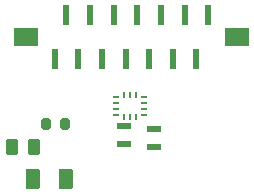
<source format=gtp>
%TF.GenerationSoftware,KiCad,Pcbnew,(6.0.10)*%
%TF.CreationDate,2023-02-17T01:50:08+01:00*%
%TF.ProjectId,haut,68617574-2e6b-4696-9361-645f70636258,rev?*%
%TF.SameCoordinates,Original*%
%TF.FileFunction,Paste,Top*%
%TF.FilePolarity,Positive*%
%FSLAX46Y46*%
G04 Gerber Fmt 4.6, Leading zero omitted, Abs format (unit mm)*
G04 Created by KiCad (PCBNEW (6.0.10)) date 2023-02-17 01:50:08*
%MOMM*%
%LPD*%
G01*
G04 APERTURE LIST*
G04 Aperture macros list*
%AMRoundRect*
0 Rectangle with rounded corners*
0 $1 Rounding radius*
0 $2 $3 $4 $5 $6 $7 $8 $9 X,Y pos of 4 corners*
0 Add a 4 corners polygon primitive as box body*
4,1,4,$2,$3,$4,$5,$6,$7,$8,$9,$2,$3,0*
0 Add four circle primitives for the rounded corners*
1,1,$1+$1,$2,$3*
1,1,$1+$1,$4,$5*
1,1,$1+$1,$6,$7*
1,1,$1+$1,$8,$9*
0 Add four rect primitives between the rounded corners*
20,1,$1+$1,$2,$3,$4,$5,0*
20,1,$1+$1,$4,$5,$6,$7,0*
20,1,$1+$1,$6,$7,$8,$9,0*
20,1,$1+$1,$8,$9,$2,$3,0*%
G04 Aperture macros list end*
%ADD10R,1.250000X0.500000*%
%ADD11RoundRect,0.200000X-0.200000X-0.275000X0.200000X-0.275000X0.200000X0.275000X-0.200000X0.275000X0*%
%ADD12R,0.475000X0.250000*%
%ADD13R,0.250000X0.475000*%
%ADD14RoundRect,0.250000X-0.262500X-0.450000X0.262500X-0.450000X0.262500X0.450000X-0.262500X0.450000X0*%
%ADD15R,2.000000X1.600000*%
%ADD16R,0.500000X1.750000*%
%ADD17RoundRect,0.250000X-0.375000X-0.625000X0.375000X-0.625000X0.375000X0.625000X-0.375000X0.625000X0*%
G04 APERTURE END LIST*
D10*
%TO.C,C1*%
X100500000Y-86750000D03*
X100500000Y-88250000D03*
%TD*%
%TO.C,C2*%
X103000000Y-87000000D03*
X103000000Y-88500000D03*
%TD*%
D11*
%TO.C,R1*%
X93850000Y-86500000D03*
X95500000Y-86500000D03*
%TD*%
D12*
%TO.C,U1*%
X99837500Y-84250000D03*
X99837500Y-84750000D03*
X99837500Y-85250000D03*
X99837500Y-85750000D03*
D13*
X100500000Y-85912500D03*
X101000000Y-85912500D03*
X101500000Y-85912500D03*
D12*
X102162500Y-85750000D03*
X102162500Y-85250000D03*
X102162500Y-84750000D03*
X102162500Y-84250000D03*
D13*
X101500000Y-84087500D03*
X101000000Y-84087500D03*
X100500000Y-84087500D03*
%TD*%
D14*
%TO.C,R2*%
X91000000Y-88500000D03*
X92825000Y-88500000D03*
%TD*%
D15*
%TO.C,J1*%
X110000000Y-79195000D03*
X92200000Y-79195000D03*
D16*
X94600000Y-81070000D03*
X95600000Y-77320000D03*
X96600000Y-81070000D03*
X97600000Y-77320000D03*
X98600000Y-81070000D03*
X99600000Y-77320000D03*
X100600000Y-81070000D03*
X101600000Y-77320000D03*
X102600000Y-81070000D03*
X103600000Y-77320000D03*
X104600000Y-81070000D03*
X105600000Y-77320000D03*
X106600000Y-81070000D03*
X107600000Y-77320000D03*
%TD*%
D17*
%TO.C,D1*%
X92800000Y-91200000D03*
X95600000Y-91200000D03*
%TD*%
M02*

</source>
